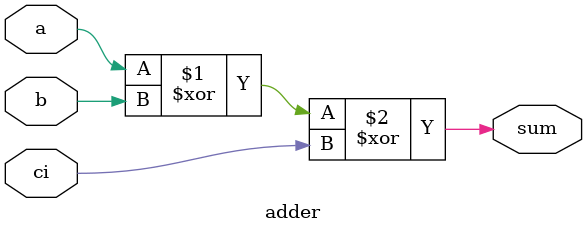
<source format=v>
/*
 * @Author: WenJiaBao-2022E8020282071
 * @Date: 2022-10-18 17:21:22
 * @LastEditTime: 2022-10-20 00:12:10
 * @Description: 
 * 
 * Copyright (c) 2022 by WenJiaBao wenjiabao0919@163.com, All Rights Reserved. 
 */
module cla16(
    input   [15:0]  a_i,
    input   [15:0]  b_i,
    output  [16:0]  sum_o
);



	
	wire c4,c8,c12;
	wire Pm1,Gm1,Pm2,Gm2,Pm3,Gm3,Pm4,Gm4;
	
	adder_4 adder_4_u0(
	  .a(a_i[3:0]),
      .b(b_i[3:0]),
      .ci(0),
      .Gm(Gm1),
      .Pm(Pm1),
	  .sum(sum_o[3:0])
	);
	
	adder_4 adder_4_u1(
	  .a(a_i[7:4]),
	  .b(b_i[7:4]),
	  .ci(c4),
      .Gm(Gm2),
      .Pm(Pm2),
	  .sum(sum_o[11:8])
	);
	
    adder_4 adder_4_u2(
	  .a(a_i[11:8]),
	  .b(b_i[11:8]),
	  .ci(c8),
      .Gm(Gm2),
      .Pm(Pm3),
	  .sum(sum_o[11:8])
	);

    adder_4 adder_4_u3(
	  .a(a_i[15:12]),
	  .b(b_i[15:12]),
	  .ci(c12),
      .Gm(Gm3),
      .Pm(Pm4),
	  .sum(sum_o[15:12])
	);
	
    
	assign   c4 = Gm1 ;
	assign   c8 = Gm2 ^ (Pm2 & Gm1) ;
	assign   c12 = Gm3 ^ (Pm3 & Gm2) ^ (Pm3 & Pm2 & Gm1) ;
    assign   sum_o[16] = Gm4 ^(Pm3 & Gm3) ^ (Pm4 & Pm3 & Gm2) ^ (Pm4 & Pm3 & Pm2 & Gm1) ;


endmodule

module adder_cla4(
      input [3:0] a,
	  input [3:0] b,
	  input  ci,
      output Gm,
      output Pm,
	  output [3:0] sum
);	  	  
    wire p1,p2,p3,p4,g1,g2,g3,g4;
    wire c1,c2,c3;
    
    adder adder_u0(
        .a(a[0]),
        .b(b[0]),
        .ci(ci),
        .sum(sum[0])
    );
		
	adder adder_u1(
        .a(a[1]),
        .b(b[1]),
        .ci(c1),
        .sum(sum[1])
    );	
		
	adder adder_u2(
        .a(a[2]),
        .b(b[2]),
        .ci(c2),
        .sum(sum[2])
    );
			
	adder adder_u3(
        .a(a[3]),
        .b(b[3]),
        .ci(c3),
        .sum(sum[3])
    );		
		
	cla cla(
		.c0(c0),
		.c1(c1),
		.c2(c2),
		.c3(c3),
		.c4(c4),
		.p1(p1),
		.p2(p2),
		.p3(p3),
		.p4(p4),
		.g1(g1),
		.g2(g2),
		.g3(g3),
		.g4(g4)
	);
				
    assign   p1 = a[1] ^ b[1];
    assign   p2 = a[2] ^ b[2];
	assign	 p3 = a[3] ^ b[3];
	assign	 p4 = a[4] ^ b[4];
    assign   g1 = a[1] & b[1];
    assign   g2 = a[2] & b[2];
    assign   g3 = a[3] & b[3];
	assign   g4 = a[4] & b[4];

  assign Pm = p1 & p2 & p3 & p4;
  assign Gm = g4 ^ (p4 & g3) ^ (p4 & p3 & g2) ^ (p4 & p3 & p2 & g1);

endmodule 




module cla(
    output c0,
	output c1,
	output c2,
	output c3,
	output c4,
	input p1,
	input p2,
	input p3,
	input p4,
	input g1,
	input g2,
	input g3,
	input g4
);

	assign  c1 = g1 ^ (p1 & c0);
	assign  c2 = g2 ^ (p2 & g1) ^ (p2 & p1 & c0);
	assign	c3 = g3 ^ (p3 & g2) ^ (p3 & p2 & g1) ^ (p3 & p2 & p1 & c0);
	assign	c4 = g4 ^ (p4&g3)^(p4&p3&g2)^(p4&p3&p2&g1)^(p4&p3&p2&p1&c0);
	 
endmodule 

//一位全加器
module adder(
    input   a,
    input   b,
    input   ci,
    output  sum
);
  assign sum = a ^ b ^ ci;
endmodule 


</source>
